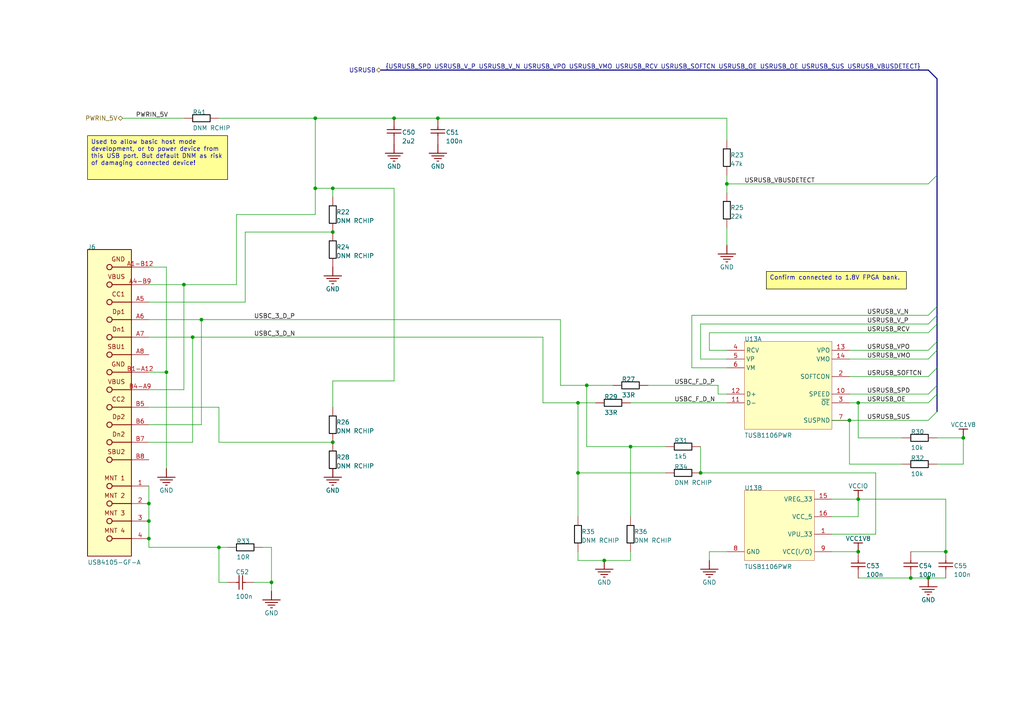
<source format=kicad_sch>
(kicad_sch (version 20231120) (generator "eeschema") (generator_version "8.0")
  (paper "A4")
  (title_block (title "<Enter Sheet Title>"))
  (lib_symbols
    (symbol "SONATA-ONE-symbols:GND_POWER_GROUND" (power)
      (property "Reference" "#PWR" (at 0 0 0))
      (property "Value" "GND" (at 0 6.35 0))
      (symbol "GND_POWER_GROUND_0_0"
        (polyline (pts (xy -2.54 -2.54) (xy 2.54 -2.54)) (stroke (width 0.254)))
        (polyline (pts (xy -1.778 -3.302) (xy 1.778 -3.302)) (stroke (width 0.254)))
        (polyline (pts (xy -1.016 -4.064) (xy 1.016 -4.064)) (stroke (width 0.254)))
        (polyline (pts (xy -0.254 -4.826) (xy 0.254 -4.826)) (stroke (width 0.254)))
        (polyline (pts (xy 0 0) (xy 0 -2.54)) (stroke (width 0.254)))
        (pin power_in line (at 0 0 0) (length 0) hide (name "GND") (number ""))
      )
    )
    (symbol "SONATA-ONE-symbols:VCC1V8_BAR" (power)
      (property "Reference" "#PWR" (at 0 0 0))
      (property "Value" "VCC1V8" (at 0 3.81 0))
      (symbol "VCC1V8_BAR_0_0"
        (polyline (pts (xy -1.27 -2.54) (xy 1.27 -2.54)) (stroke (width 0.254)))
        (polyline (pts (xy 0 0) (xy 0 -2.54)) (stroke (width 0.254)))
        (pin power_in line (at 0 0 0) (length 0) hide (name "VCC1V8") (number ""))
      )
    )
    (symbol "SONATA-ONE-symbols:VCCIO_BAR" (power)
      (property "Reference" "#PWR" (at 0 0 0))
      (property "Value" "VCCIO" (at 0 3.81 0))
      (symbol "VCCIO_BAR_0_0"
        (polyline (pts (xy -1.27 -2.54) (xy 1.27 -2.54)) (stroke (width 0.254)))
        (polyline (pts (xy 0 0) (xy 0 -2.54)) (stroke (width 0.254)))
        (pin power_in line (at 0 0 0) (length 0) hide (name "VCCIO") (number ""))
      )
    )
    (symbol "SONATA-ONE-symbols:root_0_CAP"
      (symbol "root_0_CAP_1_0"
        (polyline (pts (xy -2.032 1.778) (xy 2.032 1.778)) (stroke (width 0.254)))
        (polyline (pts (xy 0 0) (xy 0 0.762)) (stroke (width 0.254)))
        (polyline (pts (xy 0 2.54) (xy 0 1.778)) (stroke (width 0.254)))
        (polyline (pts (xy 2.032 0.762) (xy -2.032 0.762)) (stroke (width 0.254)))
        (pin passive line (at 0 5.08 270) (length 2.54) (name "1") (number "1"))
        (pin passive line (at 0 -2.54 90) (length 2.54) (name "2") (number "2"))
      )
    )
    (symbol "SONATA-ONE-symbols:root_0_RES-EU"
      (symbol "root_0_RES-EU_1_0"
        (rectangle (start 1.016 2.54) (end -1.016 -2.54) (stroke (width 0.254) (color 0 0 0 1)))
        (pin passive line (at 0 5.08 270) (length 2.54) (name "1") (number "1"))
        (pin passive line (at 0 -5.08 90) (length 2.54) (name "2") (number "2"))
      )
    )
    (symbol "SONATA-ONE-symbols:root_0_e7c17a616881a82b79941196b4bec10"
      (property "Reference" "J" (at 0 0 0))
      (symbol "root_0_e7c17a616881a82b79941196b4bec10_1_0"
        (circle (center -11.43 -78.74) (radius 0.762) (stroke (width 0.254)))
        (circle (center -11.43 -73.66) (radius 0.762) (stroke (width 0.254)))
        (circle (center -11.43 -68.58) (radius 0.762) (stroke (width 0.254)))
        (circle (center -11.43 -63.5) (radius 0.762) (stroke (width 0.254)))
        (circle (center -11.43 -55.88) (radius 0.762) (stroke (width 0.254)))
        (circle (center -11.43 -50.8) (radius 0.762) (stroke (width 0.254)))
        (circle (center -11.43 -45.72) (radius 0.762) (stroke (width 0.254)))
        (circle (center -11.43 -40.64) (radius 0.762) (stroke (width 0.254)))
        (circle (center -11.43 -35.56) (radius 0.762) (stroke (width 0.254)))
        (circle (center -11.43 -30.48) (radius 0.762) (stroke (width 0.254)))
        (circle (center -11.43 -25.4) (radius 0.762) (stroke (width 0.254)))
        (circle (center -11.43 -20.32) (radius 0.762) (stroke (width 0.254)))
        (circle (center -11.43 -15.24) (radius 0.762) (stroke (width 0.254)))
        (circle (center -11.43 -10.16) (radius 0.762) (stroke (width 0.254)))
        (circle (center -11.43 -5.08) (radius 0.762) (stroke (width 0.254)))
        (circle (center -11.43 0) (radius 0.762) (stroke (width 0.254)))
        (rectangle (start -5.08 5.08) (end -17.78 -83.82) (stroke (width 0.254) (color 128 0 0 1)) (fill (type background)))
        (polyline (pts (xy -10.668 -78.74) (xy -5.08 -78.74)) (stroke (width 0.254)))
        (polyline (pts (xy -10.668 -73.66) (xy -5.08 -73.66)) (stroke (width 0.254)))
        (polyline (pts (xy -10.668 -68.58) (xy -5.08 -68.58)) (stroke (width 0.254)))
        (polyline (pts (xy -10.668 -63.5) (xy -5.08 -63.5)) (stroke (width 0.254)))
        (polyline (pts (xy -10.668 -55.88) (xy -5.08 -55.88)) (stroke (width 0.254)))
        (polyline (pts (xy -10.668 -50.8) (xy -5.08 -50.8)) (stroke (width 0.254)))
        (polyline (pts (xy -10.668 -45.72) (xy -5.08 -45.72)) (stroke (width 0.254)))
        (polyline (pts (xy -10.668 -40.64) (xy -5.08 -40.64)) (stroke (width 0.254)))
        (polyline (pts (xy -10.668 -35.56) (xy -5.08 -35.56)) (stroke (width 0.254)))
        (polyline (pts (xy -10.668 -30.48) (xy -5.08 -30.48)) (stroke (width 0.254)))
        (polyline (pts (xy -10.668 -25.4) (xy -5.08 -25.4)) (stroke (width 0.254)))
        (polyline (pts (xy -10.668 -20.32) (xy -5.08 -20.32)) (stroke (width 0.254)))
        (polyline (pts (xy -10.668 -15.24) (xy -5.08 -15.24)) (stroke (width 0.254)))
        (polyline (pts (xy -10.668 -10.16) (xy -5.08 -10.16)) (stroke (width 0.254)))
        (polyline (pts (xy -10.668 -5.08) (xy -5.08 -5.08)) (stroke (width 0.254)))
        (polyline (pts (xy -10.668 0) (xy -5.08 0)) (stroke (width 0.254)))
        (text "CC1" (at -6.858 -7.112 0) (effects (font (size 1.27 1.27)) (justify right top)))
        (text "CC2" (at -6.858 -37.592 0) (effects (font (size 1.27 1.27)) (justify right top)))
        (text "Dn1" (at -6.858 -17.272 0) (effects (font (size 1.27 1.27)) (justify right top)))
        (text "Dn2" (at -6.858 -47.752 0) (effects (font (size 1.27 1.27)) (justify right top)))
        (text "Dp1" (at -6.858 -12.192 0) (effects (font (size 1.27 1.27)) (justify right top)))
        (text "Dp2" (at -6.858 -42.672 0) (effects (font (size 1.27 1.27)) (justify right top)))
        (text "GND" (at -6.858 -27.432 0) (effects (font (size 1.27 1.27)) (justify right top)))
        (text "GND" (at -6.858 3.048 0) (effects (font (size 1.27 1.27)) (justify right top)))
        (text "MNT 1" (at -6.858 -60.452 0) (effects (font (size 1.27 1.27)) (justify right top)))
        (text "MNT 2" (at -6.858 -65.532 0) (effects (font (size 1.27 1.27)) (justify right top)))
        (text "MNT 3" (at -6.858 -70.612 0) (effects (font (size 1.27 1.27)) (justify right top)))
        (text "MNT 4" (at -6.858 -75.692 0) (effects (font (size 1.27 1.27)) (justify right top)))
        (text "SBU1" (at -6.858 -22.352 0) (effects (font (size 1.27 1.27)) (justify right top)))
        (text "SBU2" (at -6.858 -52.832 0) (effects (font (size 1.27 1.27)) (justify right top)))
        (text "VBUS" (at -6.858 -32.512 0) (effects (font (size 1.27 1.27)) (justify right top)))
        (text "VBUS" (at -6.858 -2.032 0) (effects (font (size 1.27 1.27)) (justify right top)))
        (pin power_in line (at 0 -63.5 180) (length 5.08) (name "MNT_1") (number "1"))
        (pin power_in line (at 0 -68.58 180) (length 5.08) (name "MNT_2") (number "2"))
        (pin power_in line (at 0 -73.66 180) (length 5.08) (name "MNT_3") (number "3"))
        (pin power_in line (at 0 -78.74 180) (length 5.08) (name "MNT_4") (number "4"))
        (pin power_in line (at 0 0 180) (length 5.08) (name "GND") (number "A1-B12"))
        (pin power_in line (at 0 -5.08 180) (length 5.08) (name "VBUS") (number "A4-B9"))
        (pin power_in line (at 0 -10.16 180) (length 5.08) (name "CC1") (number "A5"))
        (pin bidirectional line (at 0 -15.24 180) (length 5.08) (name "Dp1") (number "A6"))
        (pin bidirectional line (at 0 -20.32 180) (length 5.08) (name "Dn1") (number "A7"))
        (pin bidirectional line (at 0 -25.4 180) (length 5.08) (name "SBU1") (number "A8"))
        (pin bidirectional line (at 0 -30.48 180) (length 5.08) (name "GND") (number "B1-A12"))
        (pin bidirectional line (at 0 -35.56 180) (length 5.08) (name "VBUS") (number "B4-A9"))
        (pin bidirectional line (at 0 -40.64 180) (length 5.08) (name "CC2") (number "B5"))
        (pin bidirectional line (at 0 -45.72 180) (length 5.08) (name "Dp2") (number "B6"))
        (pin bidirectional line (at 0 -50.8 180) (length 5.08) (name "Dn2") (number "B7"))
        (pin power_in line (at 0 -55.88 180) (length 5.08) (name "SBU2") (number "B8"))
      )
    )
    (symbol "SONATA-ONE-symbols:root_0_mirrored_TI-TUSB1106-TSSOP_PW-16"
      (symbol "root_0_mirrored_TI-TUSB1106-TSSOP_PW-16_1_0"
        (rectangle (start 0 0) (end -25.4 -25.4) (stroke (width 0.0254) (color 128 0 0 1)) (fill (type background)))
        (pin input line (at 5.08 -15.24 180) (length 5.08) (name "SPEED") (number "10"))
        (pin bidirectional line (at -30.48 -17.78 0) (length 5.08) (name "D-") (number "11"))
        (pin bidirectional line (at -30.48 -15.24 0) (length 5.08) (name "D+") (number "12"))
        (pin input line (at 5.08 -2.54 180) (length 5.08) (name "VPO") (number "13"))
        (pin input line (at 5.08 -5.08 180) (length 5.08) (name "VMO") (number "14"))
        (pin input line (at 5.08 -10.16 180) (length 5.08) (name "SOFTCON") (number "2"))
        (pin input line (at 5.08 -17.78 180) (length 5.08) (name "~{OE}") (number "3"))
        (pin output line (at -30.48 -2.54 0) (length 5.08) (name "RCV") (number "4"))
        (pin output line (at -30.48 -5.08 0) (length 5.08) (name "VP") (number "5"))
        (pin output line (at -30.48 -7.62 0) (length 5.08) (name "VM") (number "6"))
        (pin input line (at 5.08 -22.86 180) (length 5.08) (name "SUSPND") (number "7"))
      )
      (symbol "root_0_mirrored_TI-TUSB1106-TSSOP_PW-16_2_0"
        (rectangle (start 0 0) (end -20.32 -20.32) (stroke (width 0.0254) (color 128 0 0 1)) (fill (type background)))
        (pin power_in line (at 5.08 -12.7 180) (length 5.08) (name "VPU_33") (number "1"))
        (pin power_in line (at 5.08 -2.54 180) (length 5.08) (name "VREG_33") (number "15"))
        (pin power_in line (at 5.08 -7.62 180) (length 5.08) (name "VCC_5") (number "16"))
        (pin power_in line (at -25.4 -17.78 0) (length 5.08) (name "GND") (number "8"))
        (pin power_in line (at 5.08 -17.78 180) (length 5.08) (name "VCC(I/O)") (number "9"))
      )
    )
    (symbol "SONATA-ONE-symbols:root_1_CAP"
      (symbol "root_1_CAP_1_0"
        (polyline (pts (xy -2.54 0) (xy -1.778 0)) (stroke (width 0.254)))
        (polyline (pts (xy -1.778 -2.032) (xy -1.778 2.032)) (stroke (width 0.254)))
        (polyline (pts (xy -0.762 2.032) (xy -0.762 -2.032)) (stroke (width 0.254)))
        (polyline (pts (xy 0 0) (xy -0.762 0)) (stroke (width 0.254)))
        (pin passive line (at -5.08 0 0) (length 2.54) (name "1") (number "1"))
        (pin passive line (at 2.54 0 180) (length 2.54) (name "2") (number "2"))
      )
    )
    (symbol "SONATA-ONE-symbols:root_1_RES-EU"
      (symbol "root_1_RES-EU_1_0"
        (rectangle (start 2.54 1.016) (end -2.54 -1.016) (stroke (width 0.254) (color 0 0 0 1)))
        (pin passive line (at -5.08 0 0) (length 2.54) (name "1") (number "1"))
        (pin passive line (at 5.08 0 180) (length 2.54) (name "2") (number "2"))
      )
    )
    (symbol "SONATA-ONE-symbols:root_2_RES-EU"
      (symbol "root_2_RES-EU_1_0"
        (rectangle (start 1.016 2.54) (end -1.016 -2.54) (stroke (width 0.254) (color 0 0 0 1)))
        (pin passive line (at 0 -5.08 90) (length 2.54) (name "1") (number "1"))
        (pin passive line (at 0 5.08 270) (length 2.54) (name "2") (number "2"))
      )
    )
    (symbol "SONATA-ONE-symbols:root_3_RES-EU"
      (symbol "root_3_RES-EU_1_0"
        (rectangle (start 2.54 1.016) (end -2.54 -1.016) (stroke (width 0.254) (color 0 0 0 1)))
        (pin passive line (at 5.08 0 180) (length 2.54) (name "1") (number "1"))
        (pin passive line (at -5.08 0 0) (length 2.54) (name "2") (number "2"))
      )
    )
  )
  (junction (at 264.16 167.64))
  (junction (at 269.24 167.64))
  (junction (at 91.44 34.29))
  (junction (at 248.92 116.84))
  (junction (at 78.74 168.91))
  (junction (at 58.42 92.71))
  (junction (at 96.52 54.61))
  (junction (at 246.38 121.92))
  (junction (at 55.88 97.79))
  (junction (at 43.18 151.13))
  (junction (at 210.82 53.34))
  (junction (at 248.92 160.02))
  (junction (at 43.18 146.05))
  (junction (at 114.3 34.29))
  (junction (at 48.26 107.95))
  (junction (at 279.4 127))
  (junction (at 63.5 158.75))
  (junction (at 43.18 156.21))
  (junction (at 167.64 116.84))
  (junction (at 203.2 137.16))
  (junction (at 96.52 128.27))
  (junction (at 175.26 162.56))
  (junction (at 248.92 144.78))
  (junction (at 127 34.29))
  (junction (at 53.34 82.55))
  (junction (at 182.88 129.54))
  (junction (at 96.52 67.31))
  (junction (at 91.44 54.61))
  (junction (at 167.64 137.16))
  (junction (at 170.18 111.76))
  (junction (at 274.32 160.02))
  (bus_entry (at 269.24 101.6) (size 2.54 -2.54))
  (bus_entry (at 269.24 114.3) (size 2.54 -2.54))
  (bus_entry (at 269.24 93.98) (size 2.54 -2.54))
  (bus_entry (at 269.24 109.22) (size 2.54 -2.54))
  (bus_entry (at 269.24 91.44) (size 2.54 -2.54))
  (bus_entry (at 269.24 104.14) (size 2.54 -2.54))
  (bus_entry (at 269.24 121.92) (size 2.54 -2.54))
  (bus_entry (at 269.24 53.34) (size 2.54 -2.54))
  (bus_entry (at 269.24 96.52) (size 2.54 -2.54))
  (bus_entry (at 269.24 116.84) (size 2.54 -2.54))
  (wire (pts (xy 182.88 149.86) (xy 182.88 129.54)))
  (wire (pts (xy 241.3 154.94) (xy 254 154.94)))
  (wire (pts (xy 205.74 101.6) (xy 205.74 96.52)))
  (wire (pts (xy 63.5 128.27) (xy 96.52 128.27)))
  (wire (pts (xy 248.92 116.84) (xy 246.38 116.84)))
  (wire (pts (xy 167.64 116.84) (xy 167.64 137.16)))
  (wire (pts (xy 182.88 160.02) (xy 182.88 162.56)))
  (wire (pts (xy 58.42 123.19) (xy 43.18 123.19)))
  (wire (pts (xy 114.3 110.49) (xy 114.3 54.61)))
  (wire (pts (xy 170.18 111.76) (xy 162.56 111.76)))
  (wire (pts (xy 175.26 162.56) (xy 167.64 162.56)))
  (wire (pts (xy 48.26 107.95) (xy 48.26 135.89)))
  (wire (pts (xy 248.92 167.64) (xy 264.16 167.64)))
  (wire (pts (xy 193.04 129.54) (xy 182.88 129.54)))
  (wire (pts (xy 177.8 111.76) (xy 170.18 111.76)))
  (wire (pts (xy 200.66 91.44) (xy 269.24 91.44)))
  (wire (pts (xy 271.78 134.62) (xy 279.4 134.62)))
  (bus (pts (xy 271.78 99.06) (xy 271.78 93.98)))
  (wire (pts (xy 210.82 106.68) (xy 200.66 106.68)))
  (wire (pts (xy 248.92 116.84) (xy 269.24 116.84)))
  (wire (pts (xy 96.52 110.49) (xy 114.3 110.49)))
  (wire (pts (xy 63.5 34.29) (xy 91.44 34.29)))
  (bus (pts (xy 271.78 88.9) (xy 271.78 50.8)))
  (wire (pts (xy 43.18 107.95) (xy 48.26 107.95)))
  (wire (pts (xy 246.38 104.14) (xy 269.24 104.14)))
  (wire (pts (xy 203.2 104.14) (xy 203.2 93.98)))
  (wire (pts (xy 43.18 128.27) (xy 55.88 128.27)))
  (wire (pts (xy 91.44 62.23) (xy 68.58 62.23)))
  (wire (pts (xy 114.3 54.61) (xy 96.52 54.61)))
  (wire (pts (xy 43.18 158.75) (xy 43.18 156.21)))
  (wire (pts (xy 63.5 118.11) (xy 63.5 128.27)))
  (wire (pts (xy 205.74 96.52) (xy 269.24 96.52)))
  (wire (pts (xy 172.72 116.84) (xy 167.64 116.84)))
  (bus (pts (xy 271.78 119.38) (xy 271.78 114.3)))
  (wire (pts (xy 241.3 160.02) (xy 248.92 160.02)))
  (wire (pts (xy 210.82 101.6) (xy 205.74 101.6)))
  (wire (pts (xy 210.82 160.02) (xy 205.74 160.02)))
  (wire (pts (xy 71.12 67.31) (xy 96.52 67.31)))
  (wire (pts (xy 63.5 168.91) (xy 63.5 158.75)))
  (wire (pts (xy 182.88 129.54) (xy 170.18 129.54)))
  (wire (pts (xy 200.66 106.68) (xy 200.66 91.44)))
  (wire (pts (xy 210.82 50.8) (xy 210.82 53.34)))
  (wire (pts (xy 203.2 137.16) (xy 203.2 129.54)))
  (bus (pts (xy 271.78 93.98) (xy 271.78 91.44)))
  (wire (pts (xy 241.3 149.86) (xy 248.92 149.86)))
  (wire (pts (xy 208.28 111.76) (xy 187.96 111.76)))
  (wire (pts (xy 35.56 34.29) (xy 53.34 34.29)))
  (wire (pts (xy 208.28 114.3) (xy 208.28 111.76)))
  (wire (pts (xy 43.18 87.63) (xy 71.12 87.63)))
  (wire (pts (xy 43.18 146.05) (xy 43.18 151.13)))
  (wire (pts (xy 157.48 116.84) (xy 157.48 97.79)))
  (wire (pts (xy 43.18 151.13) (xy 43.18 156.21)))
  (bus (pts (xy 271.78 111.76) (xy 271.78 106.68)))
  (wire (pts (xy 48.26 77.47) (xy 48.26 107.95)))
  (wire (pts (xy 210.82 116.84) (xy 182.88 116.84)))
  (wire (pts (xy 167.64 116.84) (xy 157.48 116.84)))
  (wire (pts (xy 274.32 160.02) (xy 264.16 160.02)))
  (wire (pts (xy 162.56 92.71) (xy 58.42 92.71)))
  (wire (pts (xy 91.44 34.29) (xy 91.44 54.61)))
  (wire (pts (xy 76.2 158.75) (xy 78.74 158.75)))
  (wire (pts (xy 248.92 149.86) (xy 248.92 144.78)))
  (wire (pts (xy 248.92 144.78) (xy 274.32 144.78)))
  (wire (pts (xy 55.88 128.27) (xy 55.88 97.79)))
  (wire (pts (xy 71.12 87.63) (xy 71.12 67.31)))
  (wire (pts (xy 162.56 111.76) (xy 162.56 92.71)))
  (wire (pts (xy 167.64 137.16) (xy 193.04 137.16)))
  (wire (pts (xy 241.3 121.92) (xy 246.38 121.92)))
  (wire (pts (xy 53.34 113.03) (xy 53.34 82.55)))
  (wire (pts (xy 53.34 82.55) (xy 43.18 82.55)))
  (wire (pts (xy 114.3 34.29) (xy 91.44 34.29)))
  (wire (pts (xy 248.92 144.78) (xy 241.3 144.78)))
  (wire (pts (xy 167.64 162.56) (xy 167.64 160.02)))
  (wire (pts (xy 96.52 54.61) (xy 91.44 54.61)))
  (wire (pts (xy 210.82 114.3) (xy 208.28 114.3)))
  (bus (pts (xy 271.78 50.8) (xy 271.78 22.86)))
  (wire (pts (xy 210.82 53.34) (xy 269.24 53.34)))
  (bus (pts (xy 271.78 22.86) (xy 269.24 20.32)))
  (wire (pts (xy 264.16 167.64) (xy 269.24 167.64)))
  (wire (pts (xy 58.42 92.71) (xy 58.42 123.19)))
  (wire (pts (xy 261.62 127) (xy 248.92 127)))
  (wire (pts (xy 203.2 93.98) (xy 269.24 93.98)))
  (wire (pts (xy 210.82 104.14) (xy 203.2 104.14)))
  (wire (pts (xy 254 137.16) (xy 203.2 137.16)))
  (wire (pts (xy 182.88 162.56) (xy 175.26 162.56)))
  (wire (pts (xy 210.82 66.04) (xy 210.82 71.12)))
  (wire (pts (xy 127 34.29) (xy 114.3 34.29)))
  (wire (pts (xy 96.52 135.89) (xy 96.52 138.43)))
  (wire (pts (xy 43.18 140.97) (xy 43.18 146.05)))
  (wire (pts (xy 68.58 82.55) (xy 53.34 82.55)))
  (wire (pts (xy 279.4 127) (xy 279.4 134.62)))
  (wire (pts (xy 43.18 118.11) (xy 63.5 118.11)))
  (wire (pts (xy 63.5 158.75) (xy 43.18 158.75)))
  (bus (pts (xy 110.49 20.32) (xy 269.24 20.32)))
  (wire (pts (xy 246.38 121.92) (xy 269.24 121.92)))
  (bus (pts (xy 271.78 114.3) (xy 271.78 111.76)))
  (wire (pts (xy 91.44 54.61) (xy 91.44 62.23)))
  (wire (pts (xy 269.24 167.64) (xy 274.32 167.64)))
  (wire (pts (xy 271.78 127) (xy 279.4 127)))
  (wire (pts (xy 261.62 134.62) (xy 246.38 134.62)))
  (wire (pts (xy 96.52 118.11) (xy 96.52 110.49)))
  (wire (pts (xy 246.38 134.62) (xy 246.38 121.92)))
  (wire (pts (xy 246.38 114.3) (xy 269.24 114.3)))
  (wire (pts (xy 43.18 77.47) (xy 48.26 77.47)))
  (wire (pts (xy 210.82 40.64) (xy 210.82 34.29)))
  (wire (pts (xy 167.64 137.16) (xy 167.64 149.86)))
  (wire (pts (xy 210.82 34.29) (xy 127 34.29)))
  (wire (pts (xy 96.52 57.15) (xy 96.52 54.61)))
  (wire (pts (xy 55.88 97.79) (xy 43.18 97.79)))
  (wire (pts (xy 246.38 101.6) (xy 269.24 101.6)))
  (wire (pts (xy 248.92 127) (xy 248.92 116.84)))
  (wire (pts (xy 78.74 168.91) (xy 73.66 168.91)))
  (wire (pts (xy 205.74 160.02) (xy 205.74 162.56)))
  (wire (pts (xy 246.38 109.22) (xy 269.24 109.22)))
  (wire (pts (xy 78.74 171.45) (xy 78.74 168.91)))
  (wire (pts (xy 43.18 92.71) (xy 58.42 92.71)))
  (wire (pts (xy 66.04 158.75) (xy 63.5 158.75)))
  (wire (pts (xy 78.74 158.75) (xy 78.74 168.91)))
  (bus (pts (xy 271.78 106.68) (xy 271.78 101.6)))
  (wire (pts (xy 68.58 62.23) (xy 68.58 82.55)))
  (wire (pts (xy 274.32 144.78) (xy 274.32 160.02)))
  (bus (pts (xy 271.78 101.6) (xy 271.78 99.06)))
  (wire (pts (xy 210.82 53.34) (xy 210.82 55.88)))
  (wire (pts (xy 157.48 97.79) (xy 55.88 97.79)))
  (wire (pts (xy 66.04 168.91) (xy 63.5 168.91)))
  (wire (pts (xy 43.18 113.03) (xy 53.34 113.03)))
  (wire (pts (xy 254 154.94) (xy 254 137.16)))
  (bus (pts (xy 271.78 91.44) (xy 271.78 88.9)))
  (wire (pts (xy 170.18 129.54) (xy 170.18 111.76)))
  (text_box "Confirm connected to 1.8V FPGA bank." (at 222.25 78.74 0) (size 40.64 5.08) (stroke (width 0) (color 0 0 0 1)) (fill (type color) (color 255 255 150 1)) (effects (font (size 1.27 1.27)) (justify left top)))
  (text_box "Used to allow basic host mode development, or to power device from this USB port. But default DNM as risk of damaging connected device!" (at 66.04 39.37 0) (size -40.64 12.7) (stroke (width 0) (color 0 0 0 1)) (fill (type color) (color 255 255 150 1)) (effects (font (size 1.27 1.27)) (justify left top)))
  (label "USRUSB_V_N" (at 251.46 91.44 0))
  (label "USBC_3_D_P" (at 73.66 92.71 0))
  (label "USRUSB_SUS" (at 251.46 121.92 0))
  (label "USBC_F_D_N" (at 195.58 116.84 0))
  (label "USBC_3_D_N" (at 73.66 97.79 0))
  (label "{USRUSB_SPD USRUSB_V_P USRUSB_V_N USRUSB_VPO USRUSB_VMO USRUSB_RCV USRUSB_SOFTCN USRUSB_OE USRUSB_OE USRUSB_SUS USRUSB_VBUSDETECT}" (at 111.76 20.32 0))
  (label "PWRIN_5V" (at 39.37 34.29 0))
  (label "USRUSB_VMO" (at 251.46 104.14 0))
  (label "USRUSB_RCV" (at 251.46 96.52 0))
  (label "USRUSB_VPO" (at 251.46 101.6 0))
  (label "USRUSB_SPD" (at 251.46 114.3 0))
  (label "USRUSB_V_P" (at 251.46 93.98 0))
  (label "USRUSB_SOFTCN" (at 251.46 109.22 0))
  (label "USRUSB_VBUSDETECT" (at 215.9 53.34 0))
  (label "USBC_F_D_P" (at 195.58 111.76 0))
  (label "USRUSB_OE" (at 251.46 116.84 0))
  (hierarchical_label "PWRIN_5V" (shape bidirectional) (at 35.56 34.29 180))
  (hierarchical_label "USRUSB" (shape bidirectional) (at 110.49 20.32 180))
  (symbol (lib_id "SONATA-ONE-symbols:root_0_mirrored_TI-TUSB1106-TSSOP_PW-16") (at 241.3 99.06 0) (unit 1)
    (property "Reference" "U13" (at 215.9 99.06 0) (effects (justify left bottom)))
    (property "Value" "TUSB1106PWR" (at 215.9 127 0) (effects (justify left bottom)))
    (property "Footprint" "SONATA-ONE-LIBRARY:PW0016A_L" (effects (hide yes)))
    (property "Description" "Advanced USB Transciever, Full Speed, Differential, +/-15 KV, -40 to 85 degC, 16-Pin TSSOP (PW), Green (RoHS & no Sb/Br)" (effects (hide yes)))
  )
  (symbol (lib_id "SONATA-ONE-symbols:root_1_RES-EU") (at 177.8 116.84 0) (unit 1)
    (property "Reference" "R29" (at 175.26 115.824 0) (effects (justify left bottom)))
    (property "Value" "33R" (at 175.26 120.396 0) (effects (justify left bottom)))
    (property "Footprint" "SONATA-ONE-LIBRARY:RESC1608X55N" (effects (hide yes)))
    (property "Description" "10k res, 0402, 1%, 1/16W" (effects (hide yes)))
    (property "MANUFACTURE PART NUMBER 1" "RC0603FR-0733RL" (effects (hide yes)))
  )
  (symbol (lib_id "SONATA-ONE-symbols:root_0_RES-EU") (at 96.52 62.23 0) (unit 1)
    (property "Reference" "R22" (at 97.536 62.23 0) (effects (justify left bottom)))
    (property "Value" "DNM RCHIP" (at 97.536 64.77 0) (effects (justify left bottom)))
    (property "Footprint" "SONATA-ONE-LIBRARY:RESC1608X55N" (effects (hide yes)))
    (property "Description" "10k res, 0402, 1%, 1/16W" (effects (hide yes)))
  )
  (symbol (lib_id "SONATA-ONE-symbols:root_1_RES-EU") (at 71.12 158.75 0) (unit 1)
    (property "Reference" "R33" (at 68.58 157.734 0) (effects (justify left bottom)))
    (property "Value" "10R" (at 68.58 162.306 0) (effects (justify left bottom)))
    (property "Footprint" "SONATA-ONE-LIBRARY:RESC1608X55N" (effects (hide yes)))
    (property "Description" "10k res, 0402, 1%, 1/16W" (effects (hide yes)))
    (property "MANUFACTURE PART NUMBER 1" "RC0603FR-0710RL" (effects (hide yes)))
  )
  (symbol (lib_id "SONATA-ONE-symbols:root_0_CAP") (at 264.16 165.1 0) (unit 1)
    (property "Reference" "C54" (at 266.446 164.846 0) (effects (justify left bottom)))
    (property "Value" "100n" (at 266.446 167.386 0) (effects (justify left bottom)))
    (property "Footprint" "SONATA-ONE-LIBRARY:CAPC0402_M" (effects (hide yes)))
    (property "Description" "100n, 0402" (effects (hide yes)))
    (property "MANUFACTURE PART NUMBER 1" "CGA2B3X7R1V104K050BB" (effects (hide yes)))
  )
  (symbol (lib_id "SONATA-ONE-symbols:GND_POWER_GROUND") (at 127 41.91 0) (unit 1)
    (property "Reference" "#PWR0235" (effects (hide yes)))
    (property "Value" "GND" (at 127 48.26 0))
    (property "Description" "Power symbol creates a global label with name 'GND'" (effects (hide yes)))
  )
  (symbol (lib_id "SONATA-ONE-symbols:root_1_RES-EU") (at 266.7 127 0) (unit 1)
    (property "Reference" "R30" (at 264.16 125.984 0) (effects (justify left bottom)))
    (property "Value" "10k" (at 264.16 130.556 0) (effects (justify left bottom)))
    (property "Footprint" "SONATA-ONE-LIBRARY:RESC1005X40N" (effects (hide yes)))
    (property "Description" "10k res, 0402, 1%, 1/16W" (effects (hide yes)))
    (property "MANUFACTURE PART NUMBER 1" "RC0402FR-0710KL" (effects (hide yes)))
  )
  (symbol (lib_id "SONATA-ONE-symbols:VCC1V8_BAR") (at 279.4 127 180) (unit 1)
    (property "Reference" "#PWR0242" (effects (hide yes)))
    (property "Value" "VCC1V8" (at 279.4 123.19 0))
    (property "Description" "Power symbol creates a global label with name 'VCC1V8'" (effects (hide yes)))
  )
  (symbol (lib_id "SONATA-ONE-symbols:GND_POWER_GROUND") (at 96.52 77.47 0) (unit 1)
    (property "Reference" "#PWR0232" (effects (hide yes)))
    (property "Value" "GND" (at 96.52 83.82 0))
    (property "Description" "Power symbol creates a global label with name 'GND'" (effects (hide yes)))
  )
  (symbol (lib_id "SONATA-ONE-symbols:root_0_mirrored_TI-TUSB1106-TSSOP_PW-16") (at 236.22 142.24 0) (unit 2)
    (property "Reference" "U13" (at 215.9 142.24 0) (effects (justify left bottom)))
    (property "Value" "TUSB1106PWR" (at 215.9 165.1 0) (effects (justify left bottom)))
    (property "Footprint" "SONATA-ONE-LIBRARY:PW0016A_L" (effects (hide yes)))
    (property "Description" "Advanced USB Transciever, Full Speed, Differential, +/-15 KV, -40 to 85 degC, 16-Pin TSSOP (PW), Green (RoHS & no Sb/Br)" (effects (hide yes)))
  )
  (symbol (lib_id "SONATA-ONE-symbols:root_0_CAP") (at 114.3 39.37 0) (unit 1)
    (property "Reference" "C50" (at 116.586 39.116 0) (effects (justify left bottom)))
    (property "Value" "2u2" (at 116.586 41.656 0) (effects (justify left bottom)))
    (property "Footprint" "SONATA-ONE-LIBRARY:CAPC0603_M" (effects (hide yes)))
    (property "Description" "100n, 0402" (effects (hide yes)))
    (property "MANUFACTURE PART NUMBER 1" "CL10B225KP8NNNC" (effects (hide yes)))
  )
  (symbol (lib_id "SONATA-ONE-symbols:root_1_RES-EU") (at 198.12 129.54 0) (unit 1)
    (property "Reference" "R31" (at 195.58 128.524 0) (effects (justify left bottom)))
    (property "Value" "1k5" (at 195.58 133.096 0) (effects (justify left bottom)))
    (property "Footprint" "SONATA-ONE-LIBRARY:RESC1608X55N" (effects (hide yes)))
    (property "Description" "10k res, 0402, 1%, 1/16W" (effects (hide yes)))
    (property "MANUFACTURE PART NUMBER 1" "RC0603FR-071K5L" (effects (hide yes)))
  )
  (symbol (lib_id "SONATA-ONE-symbols:VCCIO_BAR") (at 248.92 144.78 180) (unit 1)
    (property "Reference" "#PWR0239" (effects (hide yes)))
    (property "Value" "VCCIO" (at 248.92 140.97 0))
    (property "Description" "Power symbol creates a global label with name 'VCCIO'" (effects (hide yes)))
  )
  (symbol (lib_id "SONATA-ONE-symbols:VCC1V8_BAR") (at 248.92 160.02 180) (unit 1)
    (property "Reference" "#PWR0240" (effects (hide yes)))
    (property "Value" "VCC1V8" (at 248.92 156.21 0))
    (property "Description" "Power symbol creates a global label with name 'VCC1V8'" (effects (hide yes)))
  )
  (symbol (lib_id "SONATA-ONE-symbols:root_0_RES-EU") (at 96.52 123.19 0) (unit 1)
    (property "Reference" "R26" (at 97.536 123.19 0) (effects (justify left bottom)))
    (property "Value" "DNM RCHIP" (at 97.536 125.73 0) (effects (justify left bottom)))
    (property "Footprint" "SONATA-ONE-LIBRARY:RESC1608X55N" (effects (hide yes)))
    (property "Description" "10k res, 0402, 1%, 1/16W" (effects (hide yes)))
  )
  (symbol (lib_id "SONATA-ONE-symbols:root_0_RES-EU") (at 210.82 45.72 0) (unit 1)
    (property "Reference" "R23" (at 211.836 45.72 0) (effects (justify left bottom)))
    (property "Value" "47k" (at 211.836 48.26 0) (effects (justify left bottom)))
    (property "Footprint" "SONATA-ONE-LIBRARY:RESC1005X40N" (effects (hide yes)))
    (property "Description" "10k res, 0402, 1%, 1/16W" (effects (hide yes)))
    (property "MANUFACTURE PART NUMBER 1" "RC0402FR-0747KL" (effects (hide yes)))
  )
  (symbol (lib_id "SONATA-ONE-symbols:GND_POWER_GROUND") (at 269.24 167.64 0) (unit 1)
    (property "Reference" "#PWR0241" (effects (hide yes)))
    (property "Value" "GND" (at 269.24 173.99 0))
    (property "Description" "Power symbol creates a global label with name 'GND'" (effects (hide yes)))
  )
  (symbol (lib_id "SONATA-ONE-symbols:root_1_CAP") (at 71.12 168.91 0) (unit 1)
    (property "Reference" "C52" (at 68.326 166.624 0) (effects (justify left bottom)))
    (property "Value" "100n" (at 68.326 173.736 0) (effects (justify left bottom)))
    (property "Footprint" "SONATA-ONE-LIBRARY:CAPC0603_M" (effects (hide yes)))
    (property "Description" "100n, 0603" (effects (hide yes)))
    (property "MANUFACTURE PART NUMBER 1" "C0603C104K5RACTU" (effects (hide yes)))
  )
  (symbol (lib_id "SONATA-ONE-symbols:root_0_CAP") (at 274.32 165.1 0) (unit 1)
    (property "Reference" "C55" (at 276.606 164.846 0) (effects (justify left bottom)))
    (property "Value" "100n" (at 276.606 167.386 0) (effects (justify left bottom)))
    (property "Footprint" "SONATA-ONE-LIBRARY:CAPC0402_M" (effects (hide yes)))
    (property "Description" "100n, 0402" (effects (hide yes)))
    (property "MANUFACTURE PART NUMBER 1" "CGA2B3X7R1V104K050BB" (effects (hide yes)))
  )
  (symbol (lib_id "SONATA-ONE-symbols:GND_POWER_GROUND") (at 78.74 171.45 0) (unit 1)
    (property "Reference" "#PWR0231" (effects (hide yes)))
    (property "Value" "GND" (at 78.74 177.8 0))
    (property "Description" "Power symbol creates a global label with name 'GND'" (effects (hide yes)))
  )
  (symbol (lib_id "SONATA-ONE-symbols:root_0_CAP") (at 127 39.37 0) (unit 1)
    (property "Reference" "C51" (at 129.286 39.116 0) (effects (justify left bottom)))
    (property "Value" "100n" (at 129.286 41.656 0) (effects (justify left bottom)))
    (property "Footprint" "SONATA-ONE-LIBRARY:CAPC0402_M" (effects (hide yes)))
    (property "Description" "100n, 0402" (effects (hide yes)))
    (property "MANUFACTURE PART NUMBER 1" "CGA2B3X7R1V104K050BB" (effects (hide yes)))
  )
  (symbol (lib_id "SONATA-ONE-symbols:root_0_CAP") (at 248.92 165.1 0) (unit 1)
    (property "Reference" "C53" (at 251.206 164.846 0) (effects (justify left bottom)))
    (property "Value" "100n" (at 251.206 167.386 0) (effects (justify left bottom)))
    (property "Footprint" "SONATA-ONE-LIBRARY:CAPC0402_M" (effects (hide yes)))
    (property "Description" "100n, 0402" (effects (hide yes)))
    (property "MANUFACTURE PART NUMBER 1" "CGA2B3X7R1V104K050BB" (effects (hide yes)))
  )
  (symbol (lib_id "SONATA-ONE-symbols:root_3_RES-EU") (at 58.42 34.29 0) (unit 1)
    (property "Reference" "R41" (at 55.88 33.274 0) (effects (justify left bottom)))
    (property "Value" "DNM RCHIP" (at 55.88 37.846 0) (effects (justify left bottom)))
    (property "Footprint" "SONATA-ONE-LIBRARY:RESC1608X55N" (effects (hide yes)))
    (property "Description" "Do Not Mount Resistor" (effects (hide yes)))
  )
  (symbol (lib_id "SONATA-ONE-symbols:GND_POWER_GROUND") (at 205.74 162.56 0) (unit 1)
    (property "Reference" "#PWR0237" (effects (hide yes)))
    (property "Value" "GND" (at 205.74 168.91 0))
    (property "Description" "Power symbol creates a global label with name 'GND'" (effects (hide yes)))
  )
  (symbol (lib_id "SONATA-ONE-symbols:root_2_RES-EU") (at 167.64 154.94 0) (unit 1)
    (property "Reference" "R35" (at 168.656 154.94 0) (effects (justify left bottom)))
    (property "Value" "DNM RCHIP" (at 168.656 157.48 0) (effects (justify left bottom)))
    (property "Footprint" "SONATA-ONE-LIBRARY:RESC1608X55N" (effects (hide yes)))
    (property "Description" "Do Not Mount Resistor" (effects (hide yes)))
  )
  (symbol (lib_id "SONATA-ONE-symbols:root_1_RES-EU") (at 266.7 134.62 0) (unit 1)
    (property "Reference" "R32" (at 264.16 133.604 0) (effects (justify left bottom)))
    (property "Value" "10k" (at 264.16 138.176 0) (effects (justify left bottom)))
    (property "Footprint" "SONATA-ONE-LIBRARY:RESC1005X40N" (effects (hide yes)))
    (property "Description" "10k res, 0402, 1%, 1/16W" (effects (hide yes)))
    (property "MANUFACTURE PART NUMBER 1" "RC0402FR-0710KL" (effects (hide yes)))
  )
  (symbol (lib_id "SONATA-ONE-symbols:GND_POWER_GROUND") (at 48.26 135.89 0) (unit 1)
    (property "Reference" "#PWR0230" (effects (hide yes)))
    (property "Value" "GND" (at 48.26 142.24 0))
    (property "Description" "Power symbol creates a global label with name 'GND'" (effects (hide yes)))
  )
  (symbol (lib_id "SONATA-ONE-symbols:root_0_RES-EU") (at 96.52 133.35 0) (unit 1)
    (property "Reference" "R28" (at 97.536 133.35 0) (effects (justify left bottom)))
    (property "Value" "DNM RCHIP" (at 97.536 135.89 0) (effects (justify left bottom)))
    (property "Footprint" "SONATA-ONE-LIBRARY:RESC1608X55N" (effects (hide yes)))
    (property "Description" "10k res, 0402, 1%, 1/16W" (effects (hide yes)))
  )
  (symbol (lib_id "SONATA-ONE-symbols:root_1_RES-EU") (at 198.12 137.16 0) (unit 1)
    (property "Reference" "R34" (at 195.58 136.144 0) (effects (justify left bottom)))
    (property "Value" "DNM RCHIP" (at 195.58 140.716 0) (effects (justify left bottom)))
    (property "Footprint" "SONATA-ONE-LIBRARY:RESC1608X55N" (effects (hide yes)))
    (property "Description" "10k res, 0402, 1%, 1/16W" (effects (hide yes)))
  )
  (symbol (lib_id "SONATA-ONE-symbols:GND_POWER_GROUND") (at 114.3 41.91 0) (unit 1)
    (property "Reference" "#PWR0234" (effects (hide yes)))
    (property "Value" "GND" (at 114.3 48.26 0))
    (property "Description" "Power symbol creates a global label with name 'GND'" (effects (hide yes)))
  )
  (symbol (lib_id "SONATA-ONE-symbols:root_2_RES-EU") (at 182.88 154.94 0) (unit 1)
    (property "Reference" "R36" (at 183.896 154.94 0) (effects (justify left bottom)))
    (property "Value" "DNM RCHIP" (at 183.896 157.48 0) (effects (justify left bottom)))
    (property "Footprint" "SONATA-ONE-LIBRARY:RESC1608X55N" (effects (hide yes)))
    (property "Description" "Do Not Mount Resistor" (effects (hide yes)))
  )
  (symbol (lib_id "SONATA-ONE-symbols:GND_POWER_GROUND") (at 175.26 162.56 0) (unit 1)
    (property "Reference" "#PWR0236" (effects (hide yes)))
    (property "Value" "GND" (at 175.26 168.91 0))
    (property "Description" "Power symbol creates a global label with name 'GND'" (effects (hide yes)))
  )
  (symbol (lib_id "SONATA-ONE-symbols:root_0_e7c17a616881a82b79941196b4bec10") (at 43.18 77.47 0) (unit 1)
    (property "Reference" "J6" (at 25.4 72.39 0) (effects (justify left bottom)))
    (property "Value" "USB4105-GF-A" (at 25.4 163.83 0) (effects (justify left bottom)))
    (property "Footprint" "SONATA-ONE-LIBRARY:FP-USB4105-GF-A-MFG" (effects (hide yes)))
    (property "Description" "CONN RCPT USB2.0 TYPEC 5A" (effects (hide yes)))
  )
  (symbol (lib_id "SONATA-ONE-symbols:GND_POWER_GROUND") (at 210.82 71.12 0) (unit 1)
    (property "Reference" "#PWR0238" (effects (hide yes)))
    (property "Value" "GND" (at 210.82 77.47 0))
    (property "Description" "Power symbol creates a global label with name 'GND'" (effects (hide yes)))
  )
  (symbol (lib_id "SONATA-ONE-symbols:root_1_RES-EU") (at 182.88 111.76 0) (unit 1)
    (property "Reference" "R27" (at 180.34 110.744 0) (effects (justify left bottom)))
    (property "Value" "33R" (at 180.34 115.316 0) (effects (justify left bottom)))
    (property "Footprint" "SONATA-ONE-LIBRARY:RESC1608X55N" (effects (hide yes)))
    (property "Description" "10k res, 0402, 1%, 1/16W" (effects (hide yes)))
    (property "MANUFACTURE PART NUMBER 1" "RC0603FR-0733RL" (effects (hide yes)))
  )
  (symbol (lib_id "SONATA-ONE-symbols:root_0_RES-EU") (at 210.82 60.96 0) (unit 1)
    (property "Reference" "R25" (at 211.836 60.96 0) (effects (justify left bottom)))
    (property "Value" "22k" (at 211.836 63.5 0) (effects (justify left bottom)))
    (property "Footprint" "SONATA-ONE-LIBRARY:RESC1005X40N" (effects (hide yes)))
    (property "Description" "10k res, 0402, 1%, 1/16W" (effects (hide yes)))
    (property "MANUFACTURE PART NUMBER 1" "RC0402FR-0722KL" (effects (hide yes)))
  )
  (symbol (lib_id "SONATA-ONE-symbols:GND_POWER_GROUND") (at 96.52 135.89 0) (unit 1)
    (property "Reference" "#PWR0233" (effects (hide yes)))
    (property "Value" "GND" (at 96.52 142.24 0))
    (property "Description" "Power symbol creates a global label with name 'GND'" (effects (hide yes)))
  )
  (symbol (lib_id "SONATA-ONE-symbols:root_0_RES-EU") (at 96.52 72.39 0) (unit 1)
    (property "Reference" "R24" (at 97.536 72.39 0) (effects (justify left bottom)))
    (property "Value" "DNM RCHIP" (at 97.536 74.93 0) (effects (justify left bottom)))
    (property "Footprint" "SONATA-ONE-LIBRARY:RESC1608X55N" (effects (hide yes)))
    (property "Description" "10k res, 0402, 1%, 1/16W" (effects (hide yes)))
  )
)
</source>
